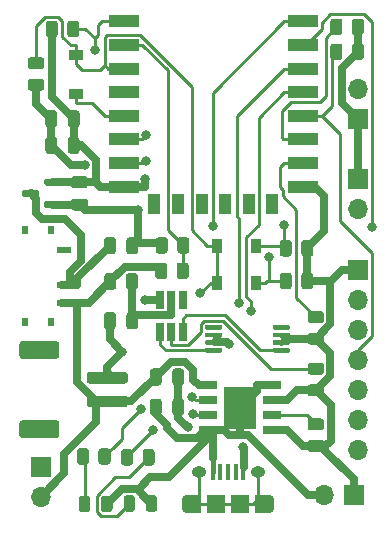
<source format=gtl>
G04 #@! TF.GenerationSoftware,KiCad,Pcbnew,(5.1.9)-1*
G04 #@! TF.CreationDate,2021-07-08T10:50:12+02:00*
G04 #@! TF.ProjectId,iot-postbox,696f742d-706f-4737-9462-6f782e6b6963,v0.0*
G04 #@! TF.SameCoordinates,Original*
G04 #@! TF.FileFunction,Copper,L1,Top*
G04 #@! TF.FilePolarity,Positive*
%FSLAX46Y46*%
G04 Gerber Fmt 4.6, Leading zero omitted, Abs format (unit mm)*
G04 Created by KiCad (PCBNEW (5.1.9)-1) date 2021-07-08 10:50:12*
%MOMM*%
%LPD*%
G01*
G04 APERTURE LIST*
G04 #@! TA.AperFunction,ComponentPad*
%ADD10O,1.700000X1.700000*%
G04 #@! TD*
G04 #@! TA.AperFunction,ComponentPad*
%ADD11R,1.700000X1.700000*%
G04 #@! TD*
G04 #@! TA.AperFunction,SMDPad,CuDef*
%ADD12R,1.200000X0.600000*%
G04 #@! TD*
G04 #@! TA.AperFunction,SMDPad,CuDef*
%ADD13R,0.600000X0.800000*%
G04 #@! TD*
G04 #@! TA.AperFunction,SMDPad,CuDef*
%ADD14R,0.650000X1.560000*%
G04 #@! TD*
G04 #@! TA.AperFunction,SMDPad,CuDef*
%ADD15R,1.500000X0.650000*%
G04 #@! TD*
G04 #@! TA.AperFunction,SMDPad,CuDef*
%ADD16R,2.700000X3.600000*%
G04 #@! TD*
G04 #@! TA.AperFunction,SMDPad,CuDef*
%ADD17R,2.500000X1.000000*%
G04 #@! TD*
G04 #@! TA.AperFunction,SMDPad,CuDef*
%ADD18R,1.000000X1.800000*%
G04 #@! TD*
G04 #@! TA.AperFunction,SMDPad,CuDef*
%ADD19R,0.400000X1.350000*%
G04 #@! TD*
G04 #@! TA.AperFunction,ComponentPad*
%ADD20O,1.250000X0.950000*%
G04 #@! TD*
G04 #@! TA.AperFunction,SMDPad,CuDef*
%ADD21R,1.500000X1.550000*%
G04 #@! TD*
G04 #@! TA.AperFunction,SMDPad,CuDef*
%ADD22R,1.200000X1.550000*%
G04 #@! TD*
G04 #@! TA.AperFunction,ComponentPad*
%ADD23O,0.890000X1.550000*%
G04 #@! TD*
G04 #@! TA.AperFunction,SMDPad,CuDef*
%ADD24R,1.200000X0.900000*%
G04 #@! TD*
G04 #@! TA.AperFunction,SMDPad,CuDef*
%ADD25R,0.900000X1.200000*%
G04 #@! TD*
G04 #@! TA.AperFunction,ViaPad*
%ADD26C,0.800000*%
G04 #@! TD*
G04 #@! TA.AperFunction,Conductor*
%ADD27C,0.250000*%
G04 #@! TD*
G04 #@! TA.AperFunction,Conductor*
%ADD28C,0.650000*%
G04 #@! TD*
G04 #@! TA.AperFunction,Conductor*
%ADD29C,0.400600*%
G04 #@! TD*
G04 #@! TA.AperFunction,Conductor*
%ADD30C,0.399800*%
G04 #@! TD*
G04 APERTURE END LIST*
D10*
X129032000Y-146418300D03*
X129032000Y-143878300D03*
X129032000Y-141338300D03*
X129032000Y-138798300D03*
X129032000Y-136258300D03*
X129032000Y-133718300D03*
D11*
X129032000Y-131178300D03*
D12*
X104110000Y-133950000D03*
X104110000Y-132450000D03*
X104110000Y-129450000D03*
D13*
X103010000Y-127790000D03*
X100790000Y-127790000D03*
X103010000Y-135610000D03*
X100790000Y-135610000D03*
G04 #@! TA.AperFunction,SMDPad,CuDef*
G36*
G01*
X103900000Y-125500000D02*
X103900000Y-125800000D01*
G75*
G02*
X103750000Y-125950000I-150000J0D01*
G01*
X102575000Y-125950000D01*
G75*
G02*
X102425000Y-125800000I0J150000D01*
G01*
X102425000Y-125500000D01*
G75*
G02*
X102575000Y-125350000I150000J0D01*
G01*
X103750000Y-125350000D01*
G75*
G02*
X103900000Y-125500000I0J-150000D01*
G01*
G37*
G04 #@! TD.AperFunction*
G04 #@! TA.AperFunction,SMDPad,CuDef*
G36*
G01*
X103900000Y-123600000D02*
X103900000Y-123900000D01*
G75*
G02*
X103750000Y-124050000I-150000J0D01*
G01*
X102575000Y-124050000D01*
G75*
G02*
X102425000Y-123900000I0J150000D01*
G01*
X102425000Y-123600000D01*
G75*
G02*
X102575000Y-123450000I150000J0D01*
G01*
X103750000Y-123450000D01*
G75*
G02*
X103900000Y-123600000I0J-150000D01*
G01*
G37*
G04 #@! TD.AperFunction*
G04 #@! TA.AperFunction,SMDPad,CuDef*
G36*
G01*
X102025000Y-124550000D02*
X102025000Y-124850000D01*
G75*
G02*
X101875000Y-125000000I-150000J0D01*
G01*
X100700000Y-125000000D01*
G75*
G02*
X100550000Y-124850000I0J150000D01*
G01*
X100550000Y-124550000D01*
G75*
G02*
X100700000Y-124400000I150000J0D01*
G01*
X101875000Y-124400000D01*
G75*
G02*
X102025000Y-124550000I0J-150000D01*
G01*
G37*
G04 #@! TD.AperFunction*
G04 #@! TA.AperFunction,SMDPad,CuDef*
G36*
G01*
X116050000Y-136125000D02*
X116050000Y-135925000D01*
G75*
G02*
X116150000Y-135825000I100000J0D01*
G01*
X117425000Y-135825000D01*
G75*
G02*
X117525000Y-135925000I0J-100000D01*
G01*
X117525000Y-136125000D01*
G75*
G02*
X117425000Y-136225000I-100000J0D01*
G01*
X116150000Y-136225000D01*
G75*
G02*
X116050000Y-136125000I0J100000D01*
G01*
G37*
G04 #@! TD.AperFunction*
G04 #@! TA.AperFunction,SMDPad,CuDef*
G36*
G01*
X116050000Y-136775000D02*
X116050000Y-136575000D01*
G75*
G02*
X116150000Y-136475000I100000J0D01*
G01*
X117425000Y-136475000D01*
G75*
G02*
X117525000Y-136575000I0J-100000D01*
G01*
X117525000Y-136775000D01*
G75*
G02*
X117425000Y-136875000I-100000J0D01*
G01*
X116150000Y-136875000D01*
G75*
G02*
X116050000Y-136775000I0J100000D01*
G01*
G37*
G04 #@! TD.AperFunction*
G04 #@! TA.AperFunction,SMDPad,CuDef*
G36*
G01*
X116050000Y-137425000D02*
X116050000Y-137225000D01*
G75*
G02*
X116150000Y-137125000I100000J0D01*
G01*
X117425000Y-137125000D01*
G75*
G02*
X117525000Y-137225000I0J-100000D01*
G01*
X117525000Y-137425000D01*
G75*
G02*
X117425000Y-137525000I-100000J0D01*
G01*
X116150000Y-137525000D01*
G75*
G02*
X116050000Y-137425000I0J100000D01*
G01*
G37*
G04 #@! TD.AperFunction*
G04 #@! TA.AperFunction,SMDPad,CuDef*
G36*
G01*
X116050000Y-138075000D02*
X116050000Y-137875000D01*
G75*
G02*
X116150000Y-137775000I100000J0D01*
G01*
X117425000Y-137775000D01*
G75*
G02*
X117525000Y-137875000I0J-100000D01*
G01*
X117525000Y-138075000D01*
G75*
G02*
X117425000Y-138175000I-100000J0D01*
G01*
X116150000Y-138175000D01*
G75*
G02*
X116050000Y-138075000I0J100000D01*
G01*
G37*
G04 #@! TD.AperFunction*
G04 #@! TA.AperFunction,SMDPad,CuDef*
G36*
G01*
X121775000Y-138075000D02*
X121775000Y-137875000D01*
G75*
G02*
X121875000Y-137775000I100000J0D01*
G01*
X123150000Y-137775000D01*
G75*
G02*
X123250000Y-137875000I0J-100000D01*
G01*
X123250000Y-138075000D01*
G75*
G02*
X123150000Y-138175000I-100000J0D01*
G01*
X121875000Y-138175000D01*
G75*
G02*
X121775000Y-138075000I0J100000D01*
G01*
G37*
G04 #@! TD.AperFunction*
G04 #@! TA.AperFunction,SMDPad,CuDef*
G36*
G01*
X121775000Y-137425000D02*
X121775000Y-137225000D01*
G75*
G02*
X121875000Y-137125000I100000J0D01*
G01*
X123150000Y-137125000D01*
G75*
G02*
X123250000Y-137225000I0J-100000D01*
G01*
X123250000Y-137425000D01*
G75*
G02*
X123150000Y-137525000I-100000J0D01*
G01*
X121875000Y-137525000D01*
G75*
G02*
X121775000Y-137425000I0J100000D01*
G01*
G37*
G04 #@! TD.AperFunction*
G04 #@! TA.AperFunction,SMDPad,CuDef*
G36*
G01*
X121775000Y-136775000D02*
X121775000Y-136575000D01*
G75*
G02*
X121875000Y-136475000I100000J0D01*
G01*
X123150000Y-136475000D01*
G75*
G02*
X123250000Y-136575000I0J-100000D01*
G01*
X123250000Y-136775000D01*
G75*
G02*
X123150000Y-136875000I-100000J0D01*
G01*
X121875000Y-136875000D01*
G75*
G02*
X121775000Y-136775000I0J100000D01*
G01*
G37*
G04 #@! TD.AperFunction*
G04 #@! TA.AperFunction,SMDPad,CuDef*
G36*
G01*
X121775000Y-136125000D02*
X121775000Y-135925000D01*
G75*
G02*
X121875000Y-135825000I100000J0D01*
G01*
X123150000Y-135825000D01*
G75*
G02*
X123250000Y-135925000I0J-100000D01*
G01*
X123250000Y-136125000D01*
G75*
G02*
X123150000Y-136225000I-100000J0D01*
G01*
X121875000Y-136225000D01*
G75*
G02*
X121775000Y-136125000I0J100000D01*
G01*
G37*
G04 #@! TD.AperFunction*
D14*
X112250000Y-136400000D03*
X113200000Y-136400000D03*
X114150000Y-136400000D03*
X114150000Y-133700000D03*
X112250000Y-133700000D03*
X113200000Y-133700000D03*
D15*
X121750000Y-144755000D03*
X121750000Y-143485000D03*
X121750000Y-142215000D03*
X121750000Y-140945000D03*
X116350000Y-140945000D03*
X116350000Y-142215000D03*
X116350000Y-143485000D03*
X116350000Y-144755000D03*
D16*
X119050000Y-142850000D03*
D17*
X109160000Y-110130000D03*
X109160000Y-112130000D03*
X109160000Y-114130000D03*
X109160000Y-116130000D03*
X109160000Y-118130000D03*
X109160000Y-120130000D03*
X109160000Y-122130000D03*
X109160000Y-124130000D03*
D18*
X111760000Y-125630000D03*
X113760000Y-125630000D03*
X115760000Y-125630000D03*
X117760000Y-125630000D03*
X119760000Y-125630000D03*
X121760000Y-125630000D03*
D17*
X124360000Y-124130000D03*
X124360000Y-122130000D03*
X124360000Y-120130000D03*
X124360000Y-118130000D03*
X124360000Y-116130000D03*
X124360000Y-114130000D03*
X124360000Y-112130000D03*
X124360000Y-110130000D03*
G04 #@! TA.AperFunction,SMDPad,CuDef*
G36*
G01*
X125890002Y-144770000D02*
X124989998Y-144770000D01*
G75*
G02*
X124740000Y-144520002I0J249998D01*
G01*
X124740000Y-143994998D01*
G75*
G02*
X124989998Y-143745000I249998J0D01*
G01*
X125890002Y-143745000D01*
G75*
G02*
X126140000Y-143994998I0J-249998D01*
G01*
X126140000Y-144520002D01*
G75*
G02*
X125890002Y-144770000I-249998J0D01*
G01*
G37*
G04 #@! TD.AperFunction*
G04 #@! TA.AperFunction,SMDPad,CuDef*
G36*
G01*
X125890002Y-146595000D02*
X124989998Y-146595000D01*
G75*
G02*
X124740000Y-146345002I0J249998D01*
G01*
X124740000Y-145819998D01*
G75*
G02*
X124989998Y-145570000I249998J0D01*
G01*
X125890002Y-145570000D01*
G75*
G02*
X126140000Y-145819998I0J-249998D01*
G01*
X126140000Y-146345002D01*
G75*
G02*
X125890002Y-146595000I-249998J0D01*
G01*
G37*
G04 #@! TD.AperFunction*
G04 #@! TA.AperFunction,SMDPad,CuDef*
G36*
G01*
X114725000Y-128649998D02*
X114725000Y-129550002D01*
G75*
G02*
X114475002Y-129800000I-249998J0D01*
G01*
X113949998Y-129800000D01*
G75*
G02*
X113700000Y-129550002I0J249998D01*
G01*
X113700000Y-128649998D01*
G75*
G02*
X113949998Y-128400000I249998J0D01*
G01*
X114475002Y-128400000D01*
G75*
G02*
X114725000Y-128649998I0J-249998D01*
G01*
G37*
G04 #@! TD.AperFunction*
G04 #@! TA.AperFunction,SMDPad,CuDef*
G36*
G01*
X112900000Y-128649998D02*
X112900000Y-129550002D01*
G75*
G02*
X112650002Y-129800000I-249998J0D01*
G01*
X112124998Y-129800000D01*
G75*
G02*
X111875000Y-129550002I0J249998D01*
G01*
X111875000Y-128649998D01*
G75*
G02*
X112124998Y-128400000I249998J0D01*
G01*
X112650002Y-128400000D01*
G75*
G02*
X112900000Y-128649998I0J-249998D01*
G01*
G37*
G04 #@! TD.AperFunction*
G04 #@! TA.AperFunction,SMDPad,CuDef*
G36*
G01*
X111825000Y-131700002D02*
X111825000Y-130799998D01*
G75*
G02*
X112074998Y-130550000I249998J0D01*
G01*
X112600002Y-130550000D01*
G75*
G02*
X112850000Y-130799998I0J-249998D01*
G01*
X112850000Y-131700002D01*
G75*
G02*
X112600002Y-131950000I-249998J0D01*
G01*
X112074998Y-131950000D01*
G75*
G02*
X111825000Y-131700002I0J249998D01*
G01*
G37*
G04 #@! TD.AperFunction*
G04 #@! TA.AperFunction,SMDPad,CuDef*
G36*
G01*
X113650000Y-131700002D02*
X113650000Y-130799998D01*
G75*
G02*
X113899998Y-130550000I249998J0D01*
G01*
X114425002Y-130550000D01*
G75*
G02*
X114675000Y-130799998I0J-249998D01*
G01*
X114675000Y-131700002D01*
G75*
G02*
X114425002Y-131950000I-249998J0D01*
G01*
X113899998Y-131950000D01*
G75*
G02*
X113650000Y-131700002I0J249998D01*
G01*
G37*
G04 #@! TD.AperFunction*
G04 #@! TA.AperFunction,SMDPad,CuDef*
G36*
G01*
X107525000Y-132600002D02*
X107525000Y-131699998D01*
G75*
G02*
X107774998Y-131450000I249998J0D01*
G01*
X108300002Y-131450000D01*
G75*
G02*
X108550000Y-131699998I0J-249998D01*
G01*
X108550000Y-132600002D01*
G75*
G02*
X108300002Y-132850000I-249998J0D01*
G01*
X107774998Y-132850000D01*
G75*
G02*
X107525000Y-132600002I0J249998D01*
G01*
G37*
G04 #@! TD.AperFunction*
G04 #@! TA.AperFunction,SMDPad,CuDef*
G36*
G01*
X109350000Y-132600002D02*
X109350000Y-131699998D01*
G75*
G02*
X109599998Y-131450000I249998J0D01*
G01*
X110125002Y-131450000D01*
G75*
G02*
X110375000Y-131699998I0J-249998D01*
G01*
X110375000Y-132600002D01*
G75*
G02*
X110125002Y-132850000I-249998J0D01*
G01*
X109599998Y-132850000D01*
G75*
G02*
X109350000Y-132600002I0J249998D01*
G01*
G37*
G04 #@! TD.AperFunction*
G04 #@! TA.AperFunction,SMDPad,CuDef*
G36*
G01*
X124989998Y-140860000D02*
X125890002Y-140860000D01*
G75*
G02*
X126140000Y-141109998I0J-249998D01*
G01*
X126140000Y-141635002D01*
G75*
G02*
X125890002Y-141885000I-249998J0D01*
G01*
X124989998Y-141885000D01*
G75*
G02*
X124740000Y-141635002I0J249998D01*
G01*
X124740000Y-141109998D01*
G75*
G02*
X124989998Y-140860000I249998J0D01*
G01*
G37*
G04 #@! TD.AperFunction*
G04 #@! TA.AperFunction,SMDPad,CuDef*
G36*
G01*
X124989998Y-139035000D02*
X125890002Y-139035000D01*
G75*
G02*
X126140000Y-139284998I0J-249998D01*
G01*
X126140000Y-139810002D01*
G75*
G02*
X125890002Y-140060000I-249998J0D01*
G01*
X124989998Y-140060000D01*
G75*
G02*
X124740000Y-139810002I0J249998D01*
G01*
X124740000Y-139284998D01*
G75*
G02*
X124989998Y-139035000I249998J0D01*
G01*
G37*
G04 #@! TD.AperFunction*
G04 #@! TA.AperFunction,SMDPad,CuDef*
G36*
G01*
X107030000Y-147420002D02*
X107030000Y-146519998D01*
G75*
G02*
X107279998Y-146270000I249998J0D01*
G01*
X107805002Y-146270000D01*
G75*
G02*
X108055000Y-146519998I0J-249998D01*
G01*
X108055000Y-147420002D01*
G75*
G02*
X107805002Y-147670000I-249998J0D01*
G01*
X107279998Y-147670000D01*
G75*
G02*
X107030000Y-147420002I0J249998D01*
G01*
G37*
G04 #@! TD.AperFunction*
G04 #@! TA.AperFunction,SMDPad,CuDef*
G36*
G01*
X105205000Y-147420002D02*
X105205000Y-146519998D01*
G75*
G02*
X105454998Y-146270000I249998J0D01*
G01*
X105980002Y-146270000D01*
G75*
G02*
X106230000Y-146519998I0J-249998D01*
G01*
X106230000Y-147420002D01*
G75*
G02*
X105980002Y-147670000I-249998J0D01*
G01*
X105454998Y-147670000D01*
G75*
G02*
X105205000Y-147420002I0J249998D01*
G01*
G37*
G04 #@! TD.AperFunction*
G04 #@! TA.AperFunction,SMDPad,CuDef*
G36*
G01*
X111795000Y-146589998D02*
X111795000Y-147490002D01*
G75*
G02*
X111545002Y-147740000I-249998J0D01*
G01*
X111019998Y-147740000D01*
G75*
G02*
X110770000Y-147490002I0J249998D01*
G01*
X110770000Y-146589998D01*
G75*
G02*
X111019998Y-146340000I249998J0D01*
G01*
X111545002Y-146340000D01*
G75*
G02*
X111795000Y-146589998I0J-249998D01*
G01*
G37*
G04 #@! TD.AperFunction*
G04 #@! TA.AperFunction,SMDPad,CuDef*
G36*
G01*
X109970000Y-146589998D02*
X109970000Y-147490002D01*
G75*
G02*
X109720002Y-147740000I-249998J0D01*
G01*
X109194998Y-147740000D01*
G75*
G02*
X108945000Y-147490002I0J249998D01*
G01*
X108945000Y-146589998D01*
G75*
G02*
X109194998Y-146340000I249998J0D01*
G01*
X109720002Y-146340000D01*
G75*
G02*
X109970000Y-146589998I0J-249998D01*
G01*
G37*
G04 #@! TD.AperFunction*
G04 #@! TA.AperFunction,SMDPad,CuDef*
G36*
G01*
X122375000Y-129790002D02*
X122375000Y-128889998D01*
G75*
G02*
X122624998Y-128640000I249998J0D01*
G01*
X123150002Y-128640000D01*
G75*
G02*
X123400000Y-128889998I0J-249998D01*
G01*
X123400000Y-129790002D01*
G75*
G02*
X123150002Y-130040000I-249998J0D01*
G01*
X122624998Y-130040000D01*
G75*
G02*
X122375000Y-129790002I0J249998D01*
G01*
G37*
G04 #@! TD.AperFunction*
G04 #@! TA.AperFunction,SMDPad,CuDef*
G36*
G01*
X124200000Y-129790002D02*
X124200000Y-128889998D01*
G75*
G02*
X124449998Y-128640000I249998J0D01*
G01*
X124975002Y-128640000D01*
G75*
G02*
X125225000Y-128889998I0J-249998D01*
G01*
X125225000Y-129790002D01*
G75*
G02*
X124975002Y-130040000I-249998J0D01*
G01*
X124449998Y-130040000D01*
G75*
G02*
X124200000Y-129790002I0J249998D01*
G01*
G37*
G04 #@! TD.AperFunction*
G04 #@! TA.AperFunction,SMDPad,CuDef*
G36*
G01*
X122375000Y-132565002D02*
X122375000Y-131664998D01*
G75*
G02*
X122624998Y-131415000I249998J0D01*
G01*
X123150002Y-131415000D01*
G75*
G02*
X123400000Y-131664998I0J-249998D01*
G01*
X123400000Y-132565002D01*
G75*
G02*
X123150002Y-132815000I-249998J0D01*
G01*
X122624998Y-132815000D01*
G75*
G02*
X122375000Y-132565002I0J249998D01*
G01*
G37*
G04 #@! TD.AperFunction*
G04 #@! TA.AperFunction,SMDPad,CuDef*
G36*
G01*
X124200000Y-132565002D02*
X124200000Y-131664998D01*
G75*
G02*
X124449998Y-131415000I249998J0D01*
G01*
X124975002Y-131415000D01*
G75*
G02*
X125225000Y-131664998I0J-249998D01*
G01*
X125225000Y-132565002D01*
G75*
G02*
X124975002Y-132815000I-249998J0D01*
G01*
X124449998Y-132815000D01*
G75*
G02*
X124200000Y-132565002I0J249998D01*
G01*
G37*
G04 #@! TD.AperFunction*
G04 #@! TA.AperFunction,SMDPad,CuDef*
G36*
G01*
X101299998Y-113165000D02*
X102200002Y-113165000D01*
G75*
G02*
X102450000Y-113414998I0J-249998D01*
G01*
X102450000Y-113940002D01*
G75*
G02*
X102200002Y-114190000I-249998J0D01*
G01*
X101299998Y-114190000D01*
G75*
G02*
X101050000Y-113940002I0J249998D01*
G01*
X101050000Y-113414998D01*
G75*
G02*
X101299998Y-113165000I249998J0D01*
G01*
G37*
G04 #@! TD.AperFunction*
G04 #@! TA.AperFunction,SMDPad,CuDef*
G36*
G01*
X101299998Y-114990000D02*
X102200002Y-114990000D01*
G75*
G02*
X102450000Y-115239998I0J-249998D01*
G01*
X102450000Y-115765002D01*
G75*
G02*
X102200002Y-116015000I-249998J0D01*
G01*
X101299998Y-116015000D01*
G75*
G02*
X101050000Y-115765002I0J249998D01*
G01*
X101050000Y-115239998D01*
G75*
G02*
X101299998Y-114990000I249998J0D01*
G01*
G37*
G04 #@! TD.AperFunction*
G04 #@! TA.AperFunction,SMDPad,CuDef*
G36*
G01*
X128488000Y-111040002D02*
X128488000Y-110139998D01*
G75*
G02*
X128737998Y-109890000I249998J0D01*
G01*
X129263002Y-109890000D01*
G75*
G02*
X129513000Y-110139998I0J-249998D01*
G01*
X129513000Y-111040002D01*
G75*
G02*
X129263002Y-111290000I-249998J0D01*
G01*
X128737998Y-111290000D01*
G75*
G02*
X128488000Y-111040002I0J249998D01*
G01*
G37*
G04 #@! TD.AperFunction*
G04 #@! TA.AperFunction,SMDPad,CuDef*
G36*
G01*
X126663000Y-111040002D02*
X126663000Y-110139998D01*
G75*
G02*
X126912998Y-109890000I249998J0D01*
G01*
X127438002Y-109890000D01*
G75*
G02*
X127688000Y-110139998I0J-249998D01*
G01*
X127688000Y-111040002D01*
G75*
G02*
X127438002Y-111290000I-249998J0D01*
G01*
X126912998Y-111290000D01*
G75*
G02*
X126663000Y-111040002I0J249998D01*
G01*
G37*
G04 #@! TD.AperFunction*
G04 #@! TA.AperFunction,SMDPad,CuDef*
G36*
G01*
X124989998Y-136490000D02*
X125890002Y-136490000D01*
G75*
G02*
X126140000Y-136739998I0J-249998D01*
G01*
X126140000Y-137265002D01*
G75*
G02*
X125890002Y-137515000I-249998J0D01*
G01*
X124989998Y-137515000D01*
G75*
G02*
X124740000Y-137265002I0J249998D01*
G01*
X124740000Y-136739998D01*
G75*
G02*
X124989998Y-136490000I249998J0D01*
G01*
G37*
G04 #@! TD.AperFunction*
G04 #@! TA.AperFunction,SMDPad,CuDef*
G36*
G01*
X124989998Y-134665000D02*
X125890002Y-134665000D01*
G75*
G02*
X126140000Y-134914998I0J-249998D01*
G01*
X126140000Y-135440002D01*
G75*
G02*
X125890002Y-135690000I-249998J0D01*
G01*
X124989998Y-135690000D01*
G75*
G02*
X124740000Y-135440002I0J249998D01*
G01*
X124740000Y-134914998D01*
G75*
G02*
X124989998Y-134665000I249998J0D01*
G01*
G37*
G04 #@! TD.AperFunction*
G04 #@! TA.AperFunction,SMDPad,CuDef*
G36*
G01*
X128488000Y-113160002D02*
X128488000Y-112259998D01*
G75*
G02*
X128737998Y-112010000I249998J0D01*
G01*
X129263002Y-112010000D01*
G75*
G02*
X129513000Y-112259998I0J-249998D01*
G01*
X129513000Y-113160002D01*
G75*
G02*
X129263002Y-113410000I-249998J0D01*
G01*
X128737998Y-113410000D01*
G75*
G02*
X128488000Y-113160002I0J249998D01*
G01*
G37*
G04 #@! TD.AperFunction*
G04 #@! TA.AperFunction,SMDPad,CuDef*
G36*
G01*
X126663000Y-113160002D02*
X126663000Y-112259998D01*
G75*
G02*
X126912998Y-112010000I249998J0D01*
G01*
X127438002Y-112010000D01*
G75*
G02*
X127688000Y-112259998I0J-249998D01*
G01*
X127688000Y-113160002D01*
G75*
G02*
X127438002Y-113410000I-249998J0D01*
G01*
X126912998Y-113410000D01*
G75*
G02*
X126663000Y-113160002I0J249998D01*
G01*
G37*
G04 #@! TD.AperFunction*
G04 #@! TA.AperFunction,SMDPad,CuDef*
G36*
G01*
X102560000Y-111230002D02*
X102560000Y-110329998D01*
G75*
G02*
X102809998Y-110080000I249998J0D01*
G01*
X103335002Y-110080000D01*
G75*
G02*
X103585000Y-110329998I0J-249998D01*
G01*
X103585000Y-111230002D01*
G75*
G02*
X103335002Y-111480000I-249998J0D01*
G01*
X102809998Y-111480000D01*
G75*
G02*
X102560000Y-111230002I0J249998D01*
G01*
G37*
G04 #@! TD.AperFunction*
G04 #@! TA.AperFunction,SMDPad,CuDef*
G36*
G01*
X104385000Y-111230002D02*
X104385000Y-110329998D01*
G75*
G02*
X104634998Y-110080000I249998J0D01*
G01*
X105160002Y-110080000D01*
G75*
G02*
X105410000Y-110329998I0J-249998D01*
G01*
X105410000Y-111230002D01*
G75*
G02*
X105160002Y-111480000I-249998J0D01*
G01*
X104634998Y-111480000D01*
G75*
G02*
X104385000Y-111230002I0J249998D01*
G01*
G37*
G04 #@! TD.AperFunction*
D11*
X102180000Y-147820000D03*
D10*
X102180000Y-150360000D03*
G04 #@! TA.AperFunction,SMDPad,CuDef*
G36*
G01*
X106280000Y-139810000D02*
X109280000Y-139810000D01*
G75*
G02*
X109530000Y-140060000I0J-250000D01*
G01*
X109530000Y-140560000D01*
G75*
G02*
X109280000Y-140810000I-250000J0D01*
G01*
X106280000Y-140810000D01*
G75*
G02*
X106030000Y-140560000I0J250000D01*
G01*
X106030000Y-140060000D01*
G75*
G02*
X106280000Y-139810000I250000J0D01*
G01*
G37*
G04 #@! TD.AperFunction*
G04 #@! TA.AperFunction,SMDPad,CuDef*
G36*
G01*
X106280000Y-141810000D02*
X109280000Y-141810000D01*
G75*
G02*
X109530000Y-142060000I0J-250000D01*
G01*
X109530000Y-142560000D01*
G75*
G02*
X109280000Y-142810000I-250000J0D01*
G01*
X106280000Y-142810000D01*
G75*
G02*
X106030000Y-142560000I0J250000D01*
G01*
X106030000Y-142060000D01*
G75*
G02*
X106280000Y-141810000I250000J0D01*
G01*
G37*
G04 #@! TD.AperFunction*
G04 #@! TA.AperFunction,SMDPad,CuDef*
G36*
G01*
X100580000Y-137210000D02*
X103480000Y-137210000D01*
G75*
G02*
X103730000Y-137460000I0J-250000D01*
G01*
X103730000Y-138460000D01*
G75*
G02*
X103480000Y-138710000I-250000J0D01*
G01*
X100580000Y-138710000D01*
G75*
G02*
X100330000Y-138460000I0J250000D01*
G01*
X100330000Y-137460000D01*
G75*
G02*
X100580000Y-137210000I250000J0D01*
G01*
G37*
G04 #@! TD.AperFunction*
G04 #@! TA.AperFunction,SMDPad,CuDef*
G36*
G01*
X100580000Y-143910000D02*
X103480000Y-143910000D01*
G75*
G02*
X103730000Y-144160000I0J-250000D01*
G01*
X103730000Y-145160000D01*
G75*
G02*
X103480000Y-145410000I-250000J0D01*
G01*
X100580000Y-145410000D01*
G75*
G02*
X100330000Y-145160000I0J250000D01*
G01*
X100330000Y-144160000D01*
G75*
G02*
X100580000Y-143910000I250000J0D01*
G01*
G37*
G04 #@! TD.AperFunction*
D19*
X116710000Y-148320000D03*
X117360000Y-148320000D03*
X118010000Y-148320000D03*
X118660000Y-148320000D03*
X119310000Y-148320000D03*
D20*
X115510000Y-148320000D03*
X120510000Y-148320000D03*
D21*
X117010000Y-151020000D03*
X119010000Y-151020000D03*
D22*
X115110000Y-151020000D03*
X120910000Y-151020000D03*
D23*
X114510000Y-151020000D03*
X121510000Y-151020000D03*
D10*
X126120000Y-150260000D03*
D11*
X128660000Y-150260000D03*
D10*
X129030000Y-115880000D03*
D11*
X129030000Y-118420000D03*
D10*
X129030000Y-126060000D03*
D11*
X129030000Y-123520000D03*
G04 #@! TA.AperFunction,SMDPad,CuDef*
G36*
G01*
X107248000Y-151446250D02*
X107248000Y-150533750D01*
G75*
G02*
X107491750Y-150290000I243750J0D01*
G01*
X107979250Y-150290000D01*
G75*
G02*
X108223000Y-150533750I0J-243750D01*
G01*
X108223000Y-151446250D01*
G75*
G02*
X107979250Y-151690000I-243750J0D01*
G01*
X107491750Y-151690000D01*
G75*
G02*
X107248000Y-151446250I0J243750D01*
G01*
G37*
G04 #@! TD.AperFunction*
G04 #@! TA.AperFunction,SMDPad,CuDef*
G36*
G01*
X105373000Y-151446250D02*
X105373000Y-150533750D01*
G75*
G02*
X105616750Y-150290000I243750J0D01*
G01*
X106104250Y-150290000D01*
G75*
G02*
X106348000Y-150533750I0J-243750D01*
G01*
X106348000Y-151446250D01*
G75*
G02*
X106104250Y-151690000I-243750J0D01*
G01*
X105616750Y-151690000D01*
G75*
G02*
X105373000Y-151446250I0J243750D01*
G01*
G37*
G04 #@! TD.AperFunction*
G04 #@! TA.AperFunction,SMDPad,CuDef*
G36*
G01*
X109155000Y-151416250D02*
X109155000Y-150503750D01*
G75*
G02*
X109398750Y-150260000I243750J0D01*
G01*
X109886250Y-150260000D01*
G75*
G02*
X110130000Y-150503750I0J-243750D01*
G01*
X110130000Y-151416250D01*
G75*
G02*
X109886250Y-151660000I-243750J0D01*
G01*
X109398750Y-151660000D01*
G75*
G02*
X109155000Y-151416250I0J243750D01*
G01*
G37*
G04 #@! TD.AperFunction*
G04 #@! TA.AperFunction,SMDPad,CuDef*
G36*
G01*
X111030000Y-151416250D02*
X111030000Y-150503750D01*
G75*
G02*
X111273750Y-150260000I243750J0D01*
G01*
X111761250Y-150260000D01*
G75*
G02*
X112005000Y-150503750I0J-243750D01*
G01*
X112005000Y-151416250D01*
G75*
G02*
X111761250Y-151660000I-243750J0D01*
G01*
X111273750Y-151660000D01*
G75*
G02*
X111030000Y-151416250I0J243750D01*
G01*
G37*
G04 #@! TD.AperFunction*
D24*
X105115000Y-112950000D03*
X105115000Y-116250000D03*
D25*
X117030000Y-132315000D03*
X120330000Y-132315000D03*
X117030000Y-129140000D03*
X120330000Y-129140000D03*
G04 #@! TA.AperFunction,SMDPad,CuDef*
G36*
G01*
X104950000Y-123250000D02*
X105900000Y-123250000D01*
G75*
G02*
X106150000Y-123500000I0J-250000D01*
G01*
X106150000Y-124000000D01*
G75*
G02*
X105900000Y-124250000I-250000J0D01*
G01*
X104950000Y-124250000D01*
G75*
G02*
X104700000Y-124000000I0J250000D01*
G01*
X104700000Y-123500000D01*
G75*
G02*
X104950000Y-123250000I250000J0D01*
G01*
G37*
G04 #@! TD.AperFunction*
G04 #@! TA.AperFunction,SMDPad,CuDef*
G36*
G01*
X104950000Y-125150000D02*
X105900000Y-125150000D01*
G75*
G02*
X106150000Y-125400000I0J-250000D01*
G01*
X106150000Y-125900000D01*
G75*
G02*
X105900000Y-126150000I-250000J0D01*
G01*
X104950000Y-126150000D01*
G75*
G02*
X104700000Y-125900000I0J250000D01*
G01*
X104700000Y-125400000D01*
G75*
G02*
X104950000Y-125150000I250000J0D01*
G01*
G37*
G04 #@! TD.AperFunction*
G04 #@! TA.AperFunction,SMDPad,CuDef*
G36*
G01*
X107500000Y-129605000D02*
X107500000Y-128655000D01*
G75*
G02*
X107750000Y-128405000I250000J0D01*
G01*
X108250000Y-128405000D01*
G75*
G02*
X108500000Y-128655000I0J-250000D01*
G01*
X108500000Y-129605000D01*
G75*
G02*
X108250000Y-129855000I-250000J0D01*
G01*
X107750000Y-129855000D01*
G75*
G02*
X107500000Y-129605000I0J250000D01*
G01*
G37*
G04 #@! TD.AperFunction*
G04 #@! TA.AperFunction,SMDPad,CuDef*
G36*
G01*
X109400000Y-129605000D02*
X109400000Y-128655000D01*
G75*
G02*
X109650000Y-128405000I250000J0D01*
G01*
X110150000Y-128405000D01*
G75*
G02*
X110400000Y-128655000I0J-250000D01*
G01*
X110400000Y-129605000D01*
G75*
G02*
X110150000Y-129855000I-250000J0D01*
G01*
X109650000Y-129855000D01*
G75*
G02*
X109400000Y-129605000I0J250000D01*
G01*
G37*
G04 #@! TD.AperFunction*
G04 #@! TA.AperFunction,SMDPad,CuDef*
G36*
G01*
X110400000Y-135005000D02*
X110400000Y-135955000D01*
G75*
G02*
X110150000Y-136205000I-250000J0D01*
G01*
X109650000Y-136205000D01*
G75*
G02*
X109400000Y-135955000I0J250000D01*
G01*
X109400000Y-135005000D01*
G75*
G02*
X109650000Y-134755000I250000J0D01*
G01*
X110150000Y-134755000D01*
G75*
G02*
X110400000Y-135005000I0J-250000D01*
G01*
G37*
G04 #@! TD.AperFunction*
G04 #@! TA.AperFunction,SMDPad,CuDef*
G36*
G01*
X108500000Y-135005000D02*
X108500000Y-135955000D01*
G75*
G02*
X108250000Y-136205000I-250000J0D01*
G01*
X107750000Y-136205000D01*
G75*
G02*
X107500000Y-135955000I0J250000D01*
G01*
X107500000Y-135005000D01*
G75*
G02*
X107750000Y-134755000I250000J0D01*
G01*
X108250000Y-134755000D01*
G75*
G02*
X108500000Y-135005000I0J-250000D01*
G01*
G37*
G04 #@! TD.AperFunction*
G04 #@! TA.AperFunction,SMDPad,CuDef*
G36*
G01*
X111390000Y-140715000D02*
X111390000Y-139765000D01*
G75*
G02*
X111640000Y-139515000I250000J0D01*
G01*
X112140000Y-139515000D01*
G75*
G02*
X112390000Y-139765000I0J-250000D01*
G01*
X112390000Y-140715000D01*
G75*
G02*
X112140000Y-140965000I-250000J0D01*
G01*
X111640000Y-140965000D01*
G75*
G02*
X111390000Y-140715000I0J250000D01*
G01*
G37*
G04 #@! TD.AperFunction*
G04 #@! TA.AperFunction,SMDPad,CuDef*
G36*
G01*
X113290000Y-140715000D02*
X113290000Y-139765000D01*
G75*
G02*
X113540000Y-139515000I250000J0D01*
G01*
X114040000Y-139515000D01*
G75*
G02*
X114290000Y-139765000I0J-250000D01*
G01*
X114290000Y-140715000D01*
G75*
G02*
X114040000Y-140965000I-250000J0D01*
G01*
X113540000Y-140965000D01*
G75*
G02*
X113290000Y-140715000I0J250000D01*
G01*
G37*
G04 #@! TD.AperFunction*
G04 #@! TA.AperFunction,SMDPad,CuDef*
G36*
G01*
X111390000Y-143265000D02*
X111390000Y-142315000D01*
G75*
G02*
X111640000Y-142065000I250000J0D01*
G01*
X112140000Y-142065000D01*
G75*
G02*
X112390000Y-142315000I0J-250000D01*
G01*
X112390000Y-143265000D01*
G75*
G02*
X112140000Y-143515000I-250000J0D01*
G01*
X111640000Y-143515000D01*
G75*
G02*
X111390000Y-143265000I0J250000D01*
G01*
G37*
G04 #@! TD.AperFunction*
G04 #@! TA.AperFunction,SMDPad,CuDef*
G36*
G01*
X113290000Y-143265000D02*
X113290000Y-142315000D01*
G75*
G02*
X113540000Y-142065000I250000J0D01*
G01*
X114040000Y-142065000D01*
G75*
G02*
X114290000Y-142315000I0J-250000D01*
G01*
X114290000Y-143265000D01*
G75*
G02*
X114040000Y-143515000I-250000J0D01*
G01*
X113540000Y-143515000D01*
G75*
G02*
X113290000Y-143265000I0J250000D01*
G01*
G37*
G04 #@! TD.AperFunction*
G04 #@! TA.AperFunction,SMDPad,CuDef*
G36*
G01*
X105435000Y-120155000D02*
X105435000Y-121105000D01*
G75*
G02*
X105185000Y-121355000I-250000J0D01*
G01*
X104685000Y-121355000D01*
G75*
G02*
X104435000Y-121105000I0J250000D01*
G01*
X104435000Y-120155000D01*
G75*
G02*
X104685000Y-119905000I250000J0D01*
G01*
X105185000Y-119905000D01*
G75*
G02*
X105435000Y-120155000I0J-250000D01*
G01*
G37*
G04 #@! TD.AperFunction*
G04 #@! TA.AperFunction,SMDPad,CuDef*
G36*
G01*
X103535000Y-120155000D02*
X103535000Y-121105000D01*
G75*
G02*
X103285000Y-121355000I-250000J0D01*
G01*
X102785000Y-121355000D01*
G75*
G02*
X102535000Y-121105000I0J250000D01*
G01*
X102535000Y-120155000D01*
G75*
G02*
X102785000Y-119905000I250000J0D01*
G01*
X103285000Y-119905000D01*
G75*
G02*
X103535000Y-120155000I0J-250000D01*
G01*
G37*
G04 #@! TD.AperFunction*
G04 #@! TA.AperFunction,SMDPad,CuDef*
G36*
G01*
X105435000Y-117900000D02*
X105435000Y-118850000D01*
G75*
G02*
X105185000Y-119100000I-250000J0D01*
G01*
X104685000Y-119100000D01*
G75*
G02*
X104435000Y-118850000I0J250000D01*
G01*
X104435000Y-117900000D01*
G75*
G02*
X104685000Y-117650000I250000J0D01*
G01*
X105185000Y-117650000D01*
G75*
G02*
X105435000Y-117900000I0J-250000D01*
G01*
G37*
G04 #@! TD.AperFunction*
G04 #@! TA.AperFunction,SMDPad,CuDef*
G36*
G01*
X103535000Y-117900000D02*
X103535000Y-118850000D01*
G75*
G02*
X103285000Y-119100000I-250000J0D01*
G01*
X102785000Y-119100000D01*
G75*
G02*
X102535000Y-118850000I0J250000D01*
G01*
X102535000Y-117900000D01*
G75*
G02*
X102785000Y-117650000I250000J0D01*
G01*
X103285000Y-117650000D01*
G75*
G02*
X103535000Y-117900000I0J-250000D01*
G01*
G37*
G04 #@! TD.AperFunction*
D26*
X115671600Y-133172200D03*
X111038700Y-119763300D03*
X122784900Y-127380100D03*
X111019700Y-121922100D03*
X121463700Y-130121300D03*
X106705400Y-112572800D03*
X130205300Y-127532100D03*
X116713000Y-127482600D03*
X114579400Y-144500600D03*
X105871300Y-122299600D03*
X110341700Y-126134000D03*
X119278400Y-146151600D03*
X111015400Y-123496500D03*
X118127000Y-137451300D03*
X110947200Y-133756400D03*
X109067600Y-138124900D03*
X119938800Y-134620000D03*
X114997100Y-143339300D03*
X111658400Y-144703800D03*
X114988900Y-141903800D03*
X110617000Y-142951200D03*
X118922800Y-134010400D03*
D27*
X107566300Y-113847400D02*
X107848900Y-114130000D01*
X116254700Y-129140000D02*
X114934600Y-127819900D01*
X114934600Y-127819900D02*
X114934600Y-115686700D01*
X114934600Y-115686700D02*
X110544000Y-111296100D01*
X110544000Y-111296100D02*
X107725000Y-111296100D01*
X107725000Y-111296100D02*
X107566300Y-111454800D01*
X107566300Y-111454800D02*
X107566300Y-113847400D01*
X107566300Y-113847400D02*
X107189700Y-114224000D01*
X107189700Y-114224000D02*
X105613700Y-114224000D01*
X105613700Y-114224000D02*
X105115000Y-113725300D01*
X105115000Y-112950000D02*
X105115000Y-113725300D01*
X117030000Y-132315000D02*
X117030000Y-131389700D01*
X116642400Y-129140000D02*
X116254700Y-129140000D01*
X117030000Y-129140000D02*
X116642400Y-129140000D01*
X109160000Y-114130000D02*
X107848900Y-114130000D01*
X105115000Y-112950000D02*
X105115000Y-112174700D01*
X105115000Y-112174700D02*
X104727300Y-112174700D01*
X104727300Y-112174700D02*
X103985000Y-111432400D01*
X103985000Y-111432400D02*
X103985000Y-110095500D01*
X103985000Y-110095500D02*
X103641800Y-109752300D01*
X103641800Y-109752300D02*
X102528000Y-109752300D01*
X102528000Y-109752300D02*
X101750000Y-110530300D01*
X101750000Y-110530300D02*
X101750000Y-113677500D01*
X117030000Y-131389700D02*
X117030000Y-129140000D01*
X116528800Y-132315000D02*
X115671600Y-133172200D01*
X117030000Y-132315000D02*
X116528800Y-132315000D01*
X111038700Y-119763300D02*
X110735300Y-120066700D01*
X110735300Y-120066700D02*
X110735300Y-120130000D01*
X109160000Y-120130000D02*
X110735300Y-120130000D01*
X122784900Y-129140000D02*
X122784900Y-127380100D01*
X122887500Y-129340000D02*
X122784900Y-129237400D01*
X122784900Y-129237400D02*
X122784900Y-129140000D01*
X121105300Y-129140000D02*
X122784900Y-129140000D01*
X120330000Y-129140000D02*
X121105300Y-129140000D01*
X111019700Y-121922100D02*
X110943200Y-121922100D01*
X110943200Y-121922100D02*
X110735300Y-122130000D01*
X109160000Y-122130000D02*
X110735300Y-122130000D01*
X120330000Y-132315000D02*
X121105300Y-132315000D01*
X121463700Y-132115000D02*
X121305300Y-132115000D01*
X121305300Y-132115000D02*
X121105300Y-132315000D01*
X122887500Y-132115000D02*
X121463700Y-132115000D01*
X121463700Y-132115000D02*
X121463700Y-130121300D01*
X109160000Y-118130000D02*
X107584700Y-118130000D01*
X105115000Y-116250000D02*
X105115000Y-117025300D01*
X105115000Y-117025300D02*
X106480000Y-117025300D01*
X106480000Y-117025300D02*
X107584700Y-118130000D01*
X122784700Y-122130000D02*
X124360000Y-122130000D01*
X122726000Y-122130000D02*
X122784700Y-122130000D01*
X122428000Y-122428000D02*
X122726000Y-122130000D01*
X122428000Y-124180600D02*
X122428000Y-122428000D01*
X122682000Y-124434600D02*
X122428000Y-124180600D01*
X123800100Y-133537600D02*
X123800100Y-126060700D01*
X122682000Y-124942600D02*
X122682000Y-124434600D01*
X123800100Y-126060700D02*
X122682000Y-124942600D01*
X125440000Y-135177500D02*
X123800100Y-133537600D01*
X126261200Y-116447400D02*
X126261200Y-111504300D01*
X123311400Y-116955400D02*
X125753200Y-116955400D01*
X122555000Y-117711800D02*
X123311400Y-116955400D01*
X126261200Y-111504300D02*
X127175500Y-110590000D01*
X122694000Y-120130000D02*
X122555000Y-119991000D01*
X125753200Y-116955400D02*
X126261200Y-116447400D01*
X122555000Y-119991000D02*
X122555000Y-117711800D01*
X124360000Y-120130000D02*
X122694000Y-120130000D01*
X104897500Y-110780000D02*
X105903200Y-110780000D01*
X106705400Y-111582200D02*
X106705400Y-112572800D01*
X105903200Y-110780000D02*
X106705400Y-111582200D01*
X107035600Y-111252000D02*
X106705400Y-111582200D01*
X107035600Y-110439200D02*
X107035600Y-111252000D01*
X107344800Y-110130000D02*
X107035600Y-110439200D01*
X109160000Y-110130000D02*
X107344800Y-110130000D01*
X127175500Y-112710000D02*
X126780800Y-113104700D01*
X126780800Y-113104700D02*
X126780800Y-117284500D01*
X126780800Y-117284500D02*
X125935300Y-118130000D01*
X124360000Y-118130000D02*
X125935300Y-118130000D01*
X127482000Y-127002700D02*
X127482000Y-119676700D01*
X130210300Y-129731000D02*
X127482000Y-127002700D01*
X130210300Y-136806800D02*
X130210300Y-129731000D01*
X127482000Y-119676700D02*
X125935300Y-118130000D01*
X129035000Y-137982100D02*
X130210300Y-136806800D01*
X129035000Y-138790000D02*
X129035000Y-137982100D01*
X124360000Y-112130000D02*
X124628800Y-112130000D01*
X124628800Y-112130000D02*
X125976700Y-110782100D01*
X125976700Y-110782100D02*
X125976700Y-110248900D01*
X125976700Y-110248900D02*
X126678800Y-109546800D01*
X126678800Y-109546800D02*
X129538600Y-109546800D01*
X129538600Y-109546800D02*
X130205300Y-110213500D01*
X130205300Y-110213500D02*
X130205300Y-127532100D01*
X122784700Y-110130000D02*
X124360000Y-110130000D01*
X116713000Y-116201700D02*
X122784700Y-110130000D01*
X116713000Y-127482600D02*
X116713000Y-116201700D01*
D28*
X124712500Y-132115000D02*
X124712500Y-129340000D01*
X113790000Y-142790000D02*
X113790000Y-140240000D01*
X114224800Y-144150500D02*
X113790000Y-143715700D01*
X113790000Y-143715700D02*
X113790000Y-142790000D01*
X121750000Y-144755000D02*
X123025300Y-144755000D01*
X125440000Y-146082500D02*
X124352800Y-146082500D01*
X124352800Y-146082500D02*
X123025300Y-144755000D01*
X126241100Y-146082500D02*
X125440000Y-146082500D01*
X105871300Y-122299600D02*
X104704600Y-122299600D01*
X104704600Y-122299600D02*
X103035000Y-120630000D01*
X103035000Y-118375000D02*
X103035000Y-120630000D01*
D29*
X122805800Y-137031700D02*
X122512500Y-137325000D01*
D28*
X122835000Y-137002500D02*
X122805800Y-136973300D01*
X122805800Y-136973300D02*
X122805800Y-136968300D01*
X125440000Y-137002500D02*
X122835000Y-137002500D01*
X122835000Y-137002500D02*
X122805800Y-137031700D01*
X110341700Y-126134000D02*
X105909000Y-126134000D01*
X105909000Y-126134000D02*
X105425000Y-125650000D01*
X110341700Y-128909100D02*
X110341700Y-126134000D01*
X125440000Y-141372500D02*
X126666400Y-140146100D01*
X126666400Y-140146100D02*
X126666400Y-138228900D01*
X126666400Y-138228900D02*
X125440000Y-137002500D01*
X126666400Y-132115000D02*
X126666400Y-135776100D01*
X126666400Y-135776100D02*
X125440000Y-137002500D01*
X126241100Y-146082500D02*
X126695700Y-145627900D01*
X126695700Y-145627900D02*
X126695700Y-142628200D01*
X126695700Y-142628200D02*
X125440000Y-141372500D01*
X126666400Y-132115000D02*
X126714700Y-132115000D01*
X126714700Y-132115000D02*
X127659700Y-131170000D01*
X124712500Y-132115000D02*
X126666400Y-132115000D01*
X128660000Y-150260000D02*
X128660000Y-148884700D01*
X128660000Y-148884700D02*
X126241100Y-146465800D01*
X126241100Y-146465800D02*
X126241100Y-146082500D01*
D29*
X122805800Y-136968300D02*
X122512500Y-136675000D01*
D28*
X110341700Y-128909100D02*
X112196600Y-128909100D01*
X112196600Y-128909100D02*
X112387500Y-129100000D01*
X109900000Y-129130000D02*
X110120900Y-128909100D01*
X110120900Y-128909100D02*
X110341700Y-128909100D01*
X123025300Y-142215000D02*
X123867800Y-141372500D01*
X123867800Y-141372500D02*
X125440000Y-141372500D01*
X121750000Y-142215000D02*
X123025300Y-142215000D01*
X103162500Y-125650000D02*
X105425000Y-125650000D01*
X129035000Y-131170000D02*
X127659700Y-131170000D01*
X103035000Y-118375000D02*
X101750000Y-117090000D01*
X101750000Y-117090000D02*
X101750000Y-115502500D01*
X126135300Y-127917200D02*
X124712500Y-129340000D01*
X126135300Y-124890700D02*
X126135300Y-127917200D01*
X125374600Y-124130000D02*
X126135300Y-124890700D01*
X124360000Y-124130000D02*
X125374600Y-124130000D01*
X114229300Y-144150500D02*
X114579400Y-144500600D01*
X114224800Y-144150500D02*
X114229300Y-144150500D01*
X119385001Y-146258201D02*
X119385001Y-147880772D01*
X119278400Y-146151600D02*
X119385001Y-146258201D01*
X106811900Y-123750000D02*
X107191900Y-124130000D01*
X107191900Y-124130000D02*
X107384700Y-124130000D01*
X104935000Y-120630000D02*
X105551600Y-120630000D01*
X105551600Y-120630000D02*
X106811900Y-121890300D01*
X106811900Y-121890300D02*
X106811900Y-123750000D01*
X105425000Y-123750000D02*
X106811900Y-123750000D01*
X105425000Y-123750000D02*
X103162500Y-123750000D01*
X104935000Y-120630000D02*
X104935000Y-118375000D01*
X109160000Y-124130000D02*
X107384700Y-124130000D01*
X129030000Y-118420000D02*
X127651600Y-117041600D01*
X127651600Y-117041600D02*
X127651600Y-114058900D01*
X127651600Y-114058900D02*
X129000500Y-112710000D01*
X129030000Y-123520000D02*
X129030000Y-118420000D01*
X104935000Y-118375000D02*
X103072500Y-116512500D01*
X103072500Y-116512500D02*
X103072500Y-110780000D01*
X109160000Y-124130000D02*
X110935300Y-124130000D01*
X110935300Y-124130000D02*
X110935300Y-123576600D01*
X110935300Y-123576600D02*
X111015400Y-123496500D01*
X129000500Y-112710000D02*
X129000500Y-110590000D01*
D30*
X116710000Y-147119500D02*
X116710000Y-148320000D01*
D28*
X116705000Y-144755000D02*
X116710000Y-144760000D01*
X116710000Y-144760000D02*
X116710000Y-147119500D01*
X116705000Y-144755000D02*
X117625300Y-144755000D01*
X116350000Y-144755000D02*
X116705000Y-144755000D01*
X117625300Y-144755000D02*
X118045600Y-145175300D01*
X118045600Y-145175300D02*
X119050000Y-145175300D01*
X110390400Y-149832900D02*
X111517500Y-150960000D01*
X107735500Y-150990000D02*
X109034000Y-149691500D01*
X109034000Y-149691500D02*
X110249000Y-149691500D01*
X110249000Y-149691500D02*
X110390400Y-149832900D01*
X119050000Y-142850000D02*
X119050000Y-145175300D01*
X126120000Y-150260000D02*
X124744700Y-150260000D01*
X124744700Y-150260000D02*
X119660000Y-145175300D01*
X119660000Y-145175300D02*
X119050000Y-145175300D01*
X121750000Y-140945000D02*
X120474700Y-140945000D01*
X119050000Y-142850000D02*
X120474700Y-141425300D01*
X120474700Y-141425300D02*
X120474700Y-140945000D01*
X116350000Y-144755000D02*
X115976000Y-144755000D01*
X111890000Y-142790000D02*
X111890000Y-143124200D01*
X116179200Y-144755000D02*
X116350000Y-144755000D01*
X111890000Y-142790000D02*
X111890000Y-143360600D01*
X116350000Y-145371600D02*
X116350000Y-144755000D01*
X113030000Y-148691600D02*
X116350000Y-145371600D01*
X111439432Y-148691600D02*
X113030000Y-148691600D01*
X110439532Y-149691500D02*
X111439432Y-148691600D01*
X110249000Y-149691500D02*
X110439532Y-149691500D01*
X116350000Y-144755000D02*
X116052200Y-144755000D01*
X115381599Y-145425601D02*
X113701001Y-145425601D01*
X116052200Y-144755000D02*
X115381599Y-145425601D01*
X113701001Y-145425601D02*
X112877600Y-144602200D01*
X112877600Y-144348200D02*
X111890000Y-143360600D01*
X112877600Y-144602200D02*
X112877600Y-144348200D01*
X111890000Y-140240000D02*
X113160200Y-138969800D01*
X113160200Y-138969800D02*
X114374800Y-138969800D01*
X114374800Y-138969800D02*
X115074700Y-139669700D01*
X107780000Y-142310000D02*
X109820000Y-142310000D01*
X109820000Y-142310000D02*
X111890000Y-140240000D01*
X108037500Y-132150000D02*
X109297900Y-130889600D01*
X109297900Y-130889600D02*
X111977100Y-130889600D01*
X111977100Y-130889600D02*
X112337500Y-131250000D01*
X105235300Y-133950000D02*
X106237500Y-133950000D01*
X106237500Y-133950000D02*
X108037500Y-132150000D01*
X106856900Y-142310000D02*
X105235300Y-140688400D01*
X105235300Y-140688400D02*
X105235300Y-133950000D01*
X107780000Y-142310000D02*
X106856900Y-142310000D01*
X102180000Y-150360000D02*
X104138600Y-148401400D01*
X104138600Y-148401400D02*
X104138600Y-146735200D01*
X104138600Y-146735200D02*
X106856900Y-144016900D01*
X106856900Y-144016900D02*
X106856900Y-142310000D01*
X103910000Y-133950000D02*
X105235300Y-133950000D01*
X116350000Y-140945000D02*
X115519600Y-140945000D01*
X115074700Y-140500100D02*
X115074700Y-139669700D01*
X115519600Y-140945000D02*
X115074700Y-140500100D01*
X118127000Y-137451300D02*
X117924900Y-137249200D01*
X108000000Y-140090000D02*
X107780000Y-140310000D01*
D29*
X116863300Y-137249200D02*
X116787500Y-137325000D01*
D28*
X117924900Y-137249200D02*
X117080800Y-137249200D01*
D29*
X117080800Y-136968300D02*
X116787500Y-136675000D01*
D28*
X117080800Y-137249200D02*
X117080800Y-136968300D01*
X117080800Y-137249200D02*
X116863300Y-137249200D01*
X108000000Y-137057300D02*
X109067600Y-138124900D01*
X108000000Y-135480000D02*
X108000000Y-137057300D01*
X107780000Y-139412500D02*
X109067600Y-138124900D01*
X107780000Y-140310000D02*
X107780000Y-139412500D01*
X112193600Y-133756400D02*
X112250000Y-133700000D01*
X110947200Y-133756400D02*
X112193600Y-133756400D01*
X109900000Y-135005300D02*
X113200000Y-135005300D01*
X109900000Y-135480000D02*
X109900000Y-135005300D01*
X109900000Y-135005300D02*
X109900000Y-132187500D01*
X109900000Y-132187500D02*
X109862500Y-132150000D01*
X113200000Y-133700000D02*
X113200000Y-135005300D01*
D27*
X111282500Y-147040000D02*
X109609500Y-148713000D01*
X109609500Y-148713000D02*
X108471900Y-148713000D01*
X108471900Y-148713000D02*
X106890300Y-150294600D01*
X106890300Y-150294600D02*
X106890300Y-151662200D01*
X106890300Y-151662200D02*
X107249200Y-152021100D01*
X107249200Y-152021100D02*
X108581400Y-152021100D01*
X108581400Y-152021100D02*
X109642500Y-150960000D01*
X105860500Y-150990000D02*
X105860500Y-147113000D01*
X105860500Y-147113000D02*
X105717500Y-146970000D01*
X115110000Y-151020000D02*
X114510000Y-151020000D01*
X115510000Y-151020000D02*
X115110000Y-151020000D01*
X120497700Y-150607600D02*
X120085300Y-151020000D01*
X120510000Y-149120300D02*
X120510000Y-150595300D01*
X120510000Y-150595300D02*
X120497700Y-150607600D01*
X120910000Y-151020000D02*
X120497700Y-150607600D01*
X119010000Y-151020000D02*
X120085300Y-151020000D01*
X117010000Y-151020000D02*
X115510000Y-151020000D01*
X115510000Y-151020000D02*
X115510000Y-148320000D01*
X119010000Y-151020000D02*
X117010000Y-151020000D01*
X120510000Y-148320000D02*
X120510000Y-149120300D01*
X121510000Y-151020000D02*
X120910000Y-151020000D01*
X122784700Y-116130000D02*
X120585400Y-118329300D01*
X120585400Y-118329300D02*
X120585400Y-127372700D01*
X120585400Y-127372700D02*
X119554600Y-128403500D01*
X124360000Y-116130000D02*
X122784700Y-116130000D01*
X109457500Y-147040000D02*
X109457500Y-146906700D01*
X109457500Y-146906700D02*
X110365200Y-145999000D01*
X114997100Y-143339300D02*
X115129000Y-143339300D01*
X115129000Y-143339300D02*
X115274700Y-143485000D01*
X116350000Y-143485000D02*
X115274700Y-143485000D01*
X110365200Y-145997000D02*
X111658400Y-144703800D01*
X110365200Y-145999000D02*
X110365200Y-145997000D01*
X119938800Y-133839000D02*
X119554600Y-133454800D01*
X119938800Y-134620000D02*
X119938800Y-133839000D01*
X119554600Y-128403500D02*
X119554600Y-133454800D01*
X116350000Y-142215000D02*
X115274700Y-142215000D01*
X115274700Y-142215000D02*
X115274700Y-142189600D01*
X115274700Y-142189600D02*
X114988900Y-141903800D01*
X107542500Y-146970000D02*
X108313700Y-146198800D01*
X110617000Y-142951200D02*
X109042200Y-144526000D01*
X109042200Y-145470300D02*
X108313700Y-146198800D01*
X109042200Y-144526000D02*
X109042200Y-145470300D01*
X122784700Y-114130000D02*
X124360000Y-114130000D01*
X118770400Y-118144300D02*
X122784700Y-114130000D01*
X118770400Y-126669800D02*
X118770400Y-118144300D01*
X118922800Y-126822200D02*
X118770400Y-126669800D01*
X118922800Y-134010400D02*
X118922800Y-126822200D01*
X113200000Y-137505300D02*
X114624200Y-137505300D01*
X114624200Y-137505300D02*
X115724200Y-136405300D01*
X115724200Y-136405300D02*
X115724200Y-135745100D01*
X115724200Y-135745100D02*
X116005800Y-135463500D01*
X116005800Y-135463500D02*
X117566700Y-135463500D01*
X117566700Y-135463500D02*
X121650700Y-139547500D01*
X121650700Y-139547500D02*
X125440000Y-139547500D01*
X113200000Y-136400000D02*
X113200000Y-137505300D01*
X109160000Y-112130000D02*
X110735300Y-112130000D01*
X114212500Y-129100000D02*
X112892300Y-127779800D01*
X112892300Y-127779800D02*
X112892300Y-114287000D01*
X112892300Y-114287000D02*
X110735300Y-112130000D01*
X114162500Y-131250000D02*
X114212500Y-131200000D01*
X114212500Y-131200000D02*
X114212500Y-129100000D01*
X125440000Y-144257500D02*
X124667500Y-143485000D01*
X124667500Y-143485000D02*
X121750000Y-143485000D01*
X114150000Y-136400000D02*
X114150000Y-135294700D01*
X114150000Y-135294700D02*
X114434100Y-135010600D01*
X114434100Y-135010600D02*
X117750700Y-135010600D01*
X117750700Y-135010600D02*
X120715100Y-137975000D01*
X120715100Y-137975000D02*
X122512500Y-137975000D01*
X112250000Y-136400000D02*
X112250000Y-137505300D01*
X112250000Y-137505300D02*
X112719700Y-137975000D01*
X112719700Y-137975000D02*
X116787500Y-137975000D01*
D28*
X108000000Y-129130000D02*
X105235300Y-131894700D01*
X105235300Y-131894700D02*
X105235300Y-132450000D01*
X101287500Y-124700000D02*
X101724200Y-125136700D01*
X101724200Y-125136700D02*
X101724200Y-126362200D01*
X102226999Y-126864999D02*
X104208199Y-126864999D01*
X101724200Y-126362200D02*
X102226999Y-126864999D01*
X105535001Y-128191801D02*
X105535001Y-130380199D01*
X104208199Y-126864999D02*
X105535001Y-128191801D01*
X104582800Y-131332400D02*
X104582800Y-132450000D01*
X105535001Y-130380199D02*
X104582800Y-131332400D01*
X104582800Y-132450000D02*
X105235300Y-132450000D01*
X103910000Y-132450000D02*
X104582800Y-132450000D01*
M02*

</source>
